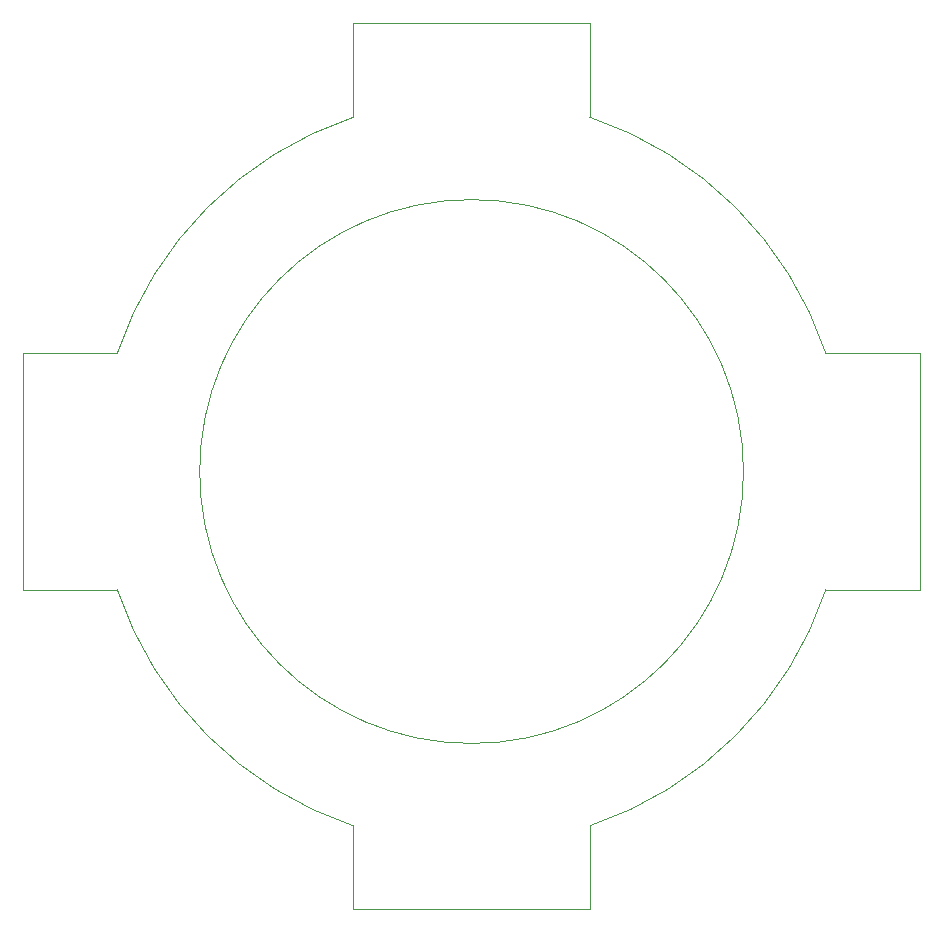
<source format=gbr>
%TF.GenerationSoftware,KiCad,Pcbnew,(5.1.6)-1*%
%TF.CreationDate,2020-08-06T18:29:29-04:00*%
%TF.ProjectId,RingLight,52696e67-4c69-4676-9874-2e6b69636164,rev?*%
%TF.SameCoordinates,Original*%
%TF.FileFunction,Profile,NP*%
%FSLAX46Y46*%
G04 Gerber Fmt 4.6, Leading zero omitted, Abs format (unit mm)*
G04 Created by KiCad (PCBNEW (5.1.6)-1) date 2020-08-06 18:29:29*
%MOMM*%
%LPD*%
G01*
G04 APERTURE LIST*
%TA.AperFunction,Profile*%
%ADD10C,0.050000*%
%TD*%
G04 APERTURE END LIST*
D10*
X110000000Y-137000000D02*
X110000000Y-130000000D01*
X90000000Y-137000000D02*
X110000000Y-137000000D01*
X90000000Y-129999999D02*
X90000000Y-137000000D01*
X138000000Y-110000000D02*
X129999999Y-110000000D01*
X138000000Y-90000000D02*
X138000000Y-110000000D01*
X129999999Y-90000001D02*
X138000000Y-90000000D01*
X62000000Y-110000000D02*
X70000000Y-110000000D01*
X62000000Y-90000000D02*
X62000000Y-110000000D01*
X70000000Y-90000000D02*
X62000000Y-90000000D01*
X70000002Y-90000000D02*
G75*
G02*
X90000001Y-70000001I29999998J-10000000D01*
G01*
X110000000Y-62000000D02*
X110000000Y-70000000D01*
X90000000Y-62000000D02*
X110000000Y-62000000D01*
X90000001Y-70000001D02*
X90000000Y-62000000D01*
X129999998Y-110000000D02*
G75*
G02*
X109999999Y-129999999I-29999998J10000000D01*
G01*
X90000000Y-129999998D02*
G75*
G02*
X70000001Y-109999999I10000000J29999998D01*
G01*
X110000000Y-70000002D02*
G75*
G02*
X129999999Y-90000001I-10000000J-29999998D01*
G01*
X123021729Y-100000000D02*
G75*
G03*
X123021729Y-100000000I-23021729J0D01*
G01*
M02*

</source>
